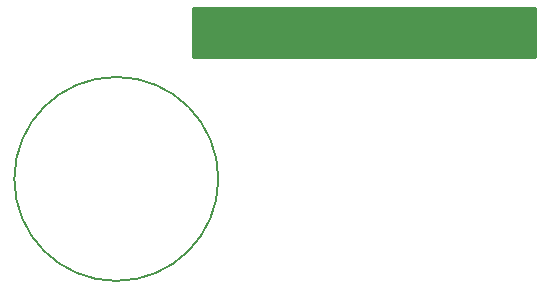
<source format=gbo>
G04 (created by PCBNEW (22-Jun-2014 BZR 4027)-stable) date Mon 25 Jun 2018 12:33:54 AM CDT*
%MOIN*%
G04 Gerber Fmt 3.4, Leading zero omitted, Abs format*
%FSLAX34Y34*%
G01*
G70*
G90*
G04 APERTURE LIST*
%ADD10C,0.00590551*%
%ADD11C,0.00787402*%
%ADD12C,0.01*%
G04 APERTURE END LIST*
G54D10*
G54D11*
X89150Y-32500D02*
G75*
G03X89150Y-32500I-3400J0D01*
G74*
G01*
G54D10*
G36*
X99700Y-28450D02*
X88300Y-28450D01*
X88300Y-26800D01*
X99700Y-26800D01*
X99700Y-28450D01*
X99700Y-28450D01*
G37*
G54D12*
X99700Y-28450D02*
X88300Y-28450D01*
X88300Y-26800D01*
X99700Y-26800D01*
X99700Y-28450D01*
M02*

</source>
